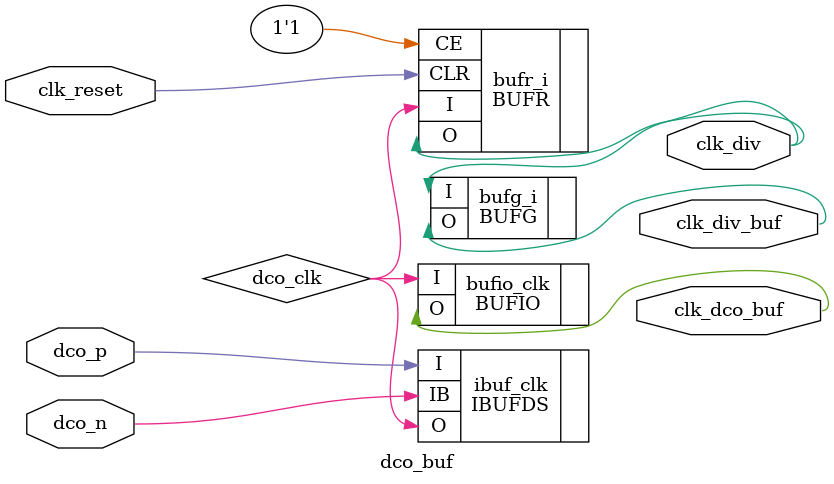
<source format=v>
module dco_buf #(
    parameter BUFR_DIVIDE="4"
) (
    input clk_reset,
    input dco_p,
    input dco_n,
    output clk_div,
    output clk_dco_buf,
    output clk_div_buf
);

wire dco_clk;
IBUFDS #(
    .DIFF_TERM("TRUE")
) ibuf_clk(
    .I      (dco_p),
    .IB     (dco_n),
    .O      (dco_clk)
);

BUFIO bufio_clk (
    .I      (dco_clk),
    .O      (clk_dco_buf)
);

BUFR #(
    .BUFR_DIVIDE(BUFR_DIVIDE),
    .SIM_DEVICE("7SERIES")
) bufr_i(
    .CE     (1'b1),
    .I      (dco_clk),
    .CLR    (clk_reset),
    .O      (clk_div)
);

BUFG bufg_i (
    .I      (clk_div),
    .O      (clk_div_buf)
);

endmodule

</source>
